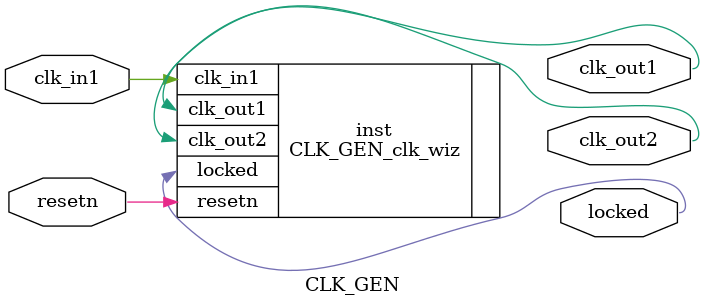
<source format=v>


`timescale 1ps/1ps

(* CORE_GENERATION_INFO = "CLK_GEN,clk_wiz_v6_0_13_0_0,{component_name=CLK_GEN,use_phase_alignment=true,use_min_o_jitter=false,use_max_i_jitter=false,use_dyn_phase_shift=false,use_inclk_switchover=false,use_dyn_reconfig=false,enable_axi=0,feedback_source=FDBK_AUTO,PRIMITIVE=MMCM,num_out_clk=2,clkin1_period=40.000,clkin2_period=10.0,use_power_down=false,use_reset=true,use_locked=true,use_inclk_stopped=false,feedback_type=SINGLE,CLOCK_MGR_TYPE=NA,manual_override=false}" *)

module CLK_GEN 
 (
  // Clock out ports
  output        clk_out1,
  output        clk_out2,
  // Status and control signals
  input         resetn,
  output        locked,
 // Clock in ports
  input         clk_in1
 );

  CLK_GEN_clk_wiz inst
  (
  // Clock out ports  
  .clk_out1(clk_out1),
  .clk_out2(clk_out2),
  // Status and control signals               
  .resetn(resetn), 
  .locked(locked),
 // Clock in ports
  .clk_in1(clk_in1)
  );

endmodule

</source>
